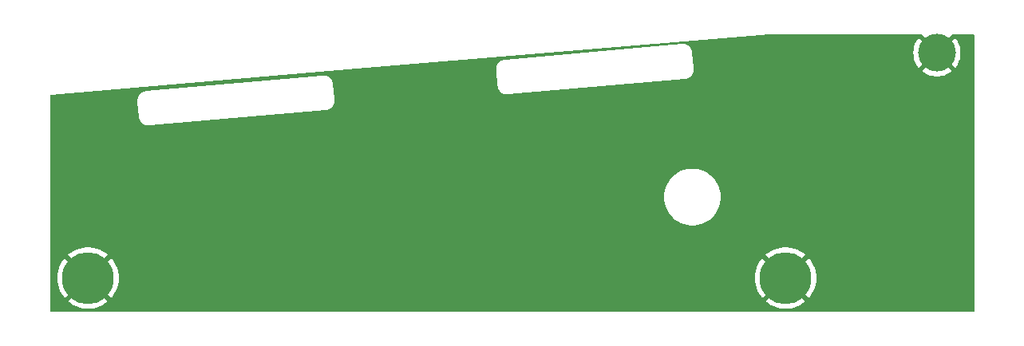
<source format=gbr>
%TF.GenerationSoftware,KiCad,Pcbnew,7.0.10*%
%TF.CreationDate,2024-04-29T09:43:37+01:00*%
%TF.ProjectId,left,6c656674-2e6b-4696-9361-645f70636258,rev?*%
%TF.SameCoordinates,Original*%
%TF.FileFunction,Copper,L2,Bot*%
%TF.FilePolarity,Positive*%
%FSLAX46Y46*%
G04 Gerber Fmt 4.6, Leading zero omitted, Abs format (unit mm)*
G04 Created by KiCad (PCBNEW 7.0.10) date 2024-04-29 09:43:37*
%MOMM*%
%LPD*%
G01*
G04 APERTURE LIST*
%TA.AperFunction,ComponentPad*%
%ADD10C,5.500000*%
%TD*%
%TA.AperFunction,ComponentPad*%
%ADD11C,4.000000*%
%TD*%
G04 APERTURE END LIST*
D10*
%TO.P,H1,1,1*%
%TO.N,GND*%
X82000000Y-73900000D03*
%TD*%
D11*
%TO.P,H3,1,1*%
%TO.N,GND*%
X172050000Y-50000000D03*
%TD*%
D10*
%TO.P,H2,1,1*%
%TO.N,GND*%
X156000000Y-73900000D03*
%TD*%
%TA.AperFunction,Conductor*%
%TO.N,GND*%
G36*
X170419730Y-48020185D02*
G01*
X170440372Y-48036819D01*
X171105819Y-48702266D01*
X170915130Y-48865130D01*
X170752266Y-49055818D01*
X170114286Y-48417838D01*
X170114285Y-48417838D01*
X170023459Y-48527629D01*
X170023457Y-48527632D01*
X169854903Y-48793232D01*
X169854900Y-48793238D01*
X169720965Y-49077862D01*
X169720963Y-49077867D01*
X169623755Y-49377041D01*
X169564808Y-49686050D01*
X169564807Y-49686057D01*
X169545057Y-49999994D01*
X169545057Y-50000005D01*
X169564807Y-50313942D01*
X169564808Y-50313949D01*
X169623755Y-50622958D01*
X169720963Y-50922132D01*
X169720965Y-50922137D01*
X169854900Y-51206761D01*
X169854903Y-51206767D01*
X170023457Y-51472367D01*
X170023460Y-51472371D01*
X170114286Y-51582160D01*
X170752266Y-50944180D01*
X170915130Y-51134870D01*
X171105818Y-51297732D01*
X170464971Y-51938579D01*
X170464972Y-51938581D01*
X170707772Y-52114985D01*
X170707790Y-52114996D01*
X170983447Y-52266540D01*
X170983455Y-52266544D01*
X171275926Y-52382340D01*
X171580620Y-52460573D01*
X171580629Y-52460575D01*
X171892701Y-52499999D01*
X171892715Y-52500000D01*
X172207285Y-52500000D01*
X172207298Y-52499999D01*
X172519370Y-52460575D01*
X172519379Y-52460573D01*
X172824073Y-52382340D01*
X173116544Y-52266544D01*
X173116552Y-52266540D01*
X173392209Y-52114996D01*
X173392219Y-52114990D01*
X173635026Y-51938579D01*
X173635027Y-51938579D01*
X172994180Y-51297733D01*
X173184870Y-51134870D01*
X173347733Y-50944181D01*
X173985712Y-51582160D01*
X174076544Y-51472364D01*
X174245096Y-51206767D01*
X174245099Y-51206761D01*
X174379034Y-50922137D01*
X174379036Y-50922132D01*
X174476244Y-50622958D01*
X174535191Y-50313949D01*
X174535192Y-50313942D01*
X174554943Y-50000005D01*
X174554943Y-49999994D01*
X174535192Y-49686057D01*
X174535191Y-49686050D01*
X174476244Y-49377041D01*
X174379036Y-49077867D01*
X174379034Y-49077862D01*
X174245099Y-48793238D01*
X174245096Y-48793232D01*
X174076542Y-48527632D01*
X174076539Y-48527628D01*
X173985712Y-48417838D01*
X173347732Y-49055818D01*
X173184870Y-48865130D01*
X172994180Y-48702266D01*
X173659628Y-48036819D01*
X173720951Y-48003334D01*
X173747309Y-48000500D01*
X175875500Y-48000500D01*
X175942539Y-48020185D01*
X175988294Y-48072989D01*
X175999500Y-48124500D01*
X175999500Y-77375500D01*
X175979815Y-77442539D01*
X175927011Y-77488294D01*
X175875500Y-77499500D01*
X78124500Y-77499500D01*
X78057461Y-77479815D01*
X78011706Y-77427011D01*
X78000500Y-77375500D01*
X78000500Y-73900002D01*
X78745227Y-73900002D01*
X78764306Y-74251900D01*
X78764308Y-74251917D01*
X78821319Y-74599667D01*
X78821325Y-74599693D01*
X78915600Y-74939243D01*
X78915602Y-74939250D01*
X79046043Y-75266634D01*
X79046052Y-75266652D01*
X79211124Y-75578011D01*
X79408896Y-75869702D01*
X79531914Y-76014532D01*
X80702266Y-74844180D01*
X80865130Y-75034870D01*
X81055819Y-75197733D01*
X79882625Y-76370926D01*
X79882625Y-76370928D01*
X79892900Y-76380660D01*
X80173460Y-76593938D01*
X80173464Y-76593941D01*
X80475445Y-76775635D01*
X80795273Y-76923603D01*
X81129256Y-77036136D01*
X81473437Y-77111896D01*
X81823788Y-77149999D01*
X81823795Y-77150000D01*
X82176205Y-77150000D01*
X82176211Y-77149999D01*
X82526562Y-77111896D01*
X82870743Y-77036136D01*
X83204726Y-76923603D01*
X83524554Y-76775635D01*
X83826535Y-76593941D01*
X83826539Y-76593938D01*
X84107093Y-76380665D01*
X84107105Y-76380654D01*
X84117373Y-76370927D01*
X84117373Y-76370926D01*
X82944180Y-75197733D01*
X83134870Y-75034870D01*
X83297733Y-74844181D01*
X84468084Y-76014532D01*
X84468085Y-76014531D01*
X84591102Y-75869704D01*
X84788875Y-75578011D01*
X84953947Y-75266652D01*
X84953956Y-75266634D01*
X85084397Y-74939250D01*
X85084399Y-74939243D01*
X85178674Y-74599693D01*
X85178680Y-74599667D01*
X85235691Y-74251917D01*
X85235693Y-74251900D01*
X85254773Y-73900002D01*
X152745227Y-73900002D01*
X152764306Y-74251900D01*
X152764308Y-74251917D01*
X152821319Y-74599667D01*
X152821325Y-74599693D01*
X152915600Y-74939243D01*
X152915602Y-74939250D01*
X153046043Y-75266634D01*
X153046052Y-75266652D01*
X153211124Y-75578011D01*
X153408896Y-75869702D01*
X153531914Y-76014532D01*
X154702266Y-74844180D01*
X154865130Y-75034870D01*
X155055819Y-75197733D01*
X153882625Y-76370926D01*
X153882625Y-76370928D01*
X153892900Y-76380660D01*
X154173460Y-76593938D01*
X154173464Y-76593941D01*
X154475445Y-76775635D01*
X154795273Y-76923603D01*
X155129256Y-77036136D01*
X155473437Y-77111896D01*
X155823788Y-77149999D01*
X155823795Y-77150000D01*
X156176205Y-77150000D01*
X156176211Y-77149999D01*
X156526562Y-77111896D01*
X156870743Y-77036136D01*
X157204726Y-76923603D01*
X157524554Y-76775635D01*
X157826535Y-76593941D01*
X157826539Y-76593938D01*
X158107093Y-76380665D01*
X158107105Y-76380654D01*
X158117373Y-76370927D01*
X158117373Y-76370926D01*
X156944180Y-75197733D01*
X157134870Y-75034870D01*
X157297733Y-74844181D01*
X158468084Y-76014532D01*
X158468085Y-76014531D01*
X158591102Y-75869704D01*
X158788875Y-75578011D01*
X158953947Y-75266652D01*
X158953956Y-75266634D01*
X159084397Y-74939250D01*
X159084399Y-74939243D01*
X159178674Y-74599693D01*
X159178680Y-74599667D01*
X159235691Y-74251917D01*
X159235693Y-74251900D01*
X159254773Y-73900002D01*
X159254773Y-73899997D01*
X159235693Y-73548099D01*
X159235691Y-73548082D01*
X159178680Y-73200332D01*
X159178674Y-73200306D01*
X159084399Y-72860756D01*
X159084397Y-72860749D01*
X158953956Y-72533365D01*
X158953947Y-72533347D01*
X158788875Y-72221988D01*
X158591099Y-71930291D01*
X158468085Y-71785467D01*
X158468084Y-71785466D01*
X157297732Y-72955818D01*
X157134870Y-72765130D01*
X156944180Y-72602266D01*
X158117374Y-71429073D01*
X158117373Y-71429072D01*
X158107099Y-71419340D01*
X158107087Y-71419330D01*
X157826539Y-71206061D01*
X157826535Y-71206058D01*
X157524554Y-71024364D01*
X157204726Y-70876396D01*
X156870743Y-70763863D01*
X156526562Y-70688103D01*
X156176211Y-70650000D01*
X155823788Y-70650000D01*
X155473437Y-70688103D01*
X155129256Y-70763863D01*
X154795273Y-70876396D01*
X154475445Y-71024364D01*
X154173464Y-71206058D01*
X154173460Y-71206061D01*
X153892906Y-71419334D01*
X153882625Y-71429071D01*
X153882625Y-71429073D01*
X155055819Y-72602266D01*
X154865130Y-72765130D01*
X154702266Y-72955818D01*
X153531914Y-71785466D01*
X153531913Y-71785466D01*
X153408896Y-71930296D01*
X153211124Y-72221988D01*
X153046052Y-72533347D01*
X153046043Y-72533365D01*
X152915602Y-72860749D01*
X152915600Y-72860756D01*
X152821325Y-73200306D01*
X152821319Y-73200332D01*
X152764308Y-73548082D01*
X152764306Y-73548099D01*
X152745227Y-73899997D01*
X152745227Y-73900002D01*
X85254773Y-73900002D01*
X85254773Y-73899997D01*
X85235693Y-73548099D01*
X85235691Y-73548082D01*
X85178680Y-73200332D01*
X85178674Y-73200306D01*
X85084399Y-72860756D01*
X85084397Y-72860749D01*
X84953956Y-72533365D01*
X84953947Y-72533347D01*
X84788875Y-72221988D01*
X84591099Y-71930291D01*
X84468085Y-71785467D01*
X84468084Y-71785466D01*
X83297732Y-72955818D01*
X83134870Y-72765130D01*
X82944180Y-72602266D01*
X84117374Y-71429073D01*
X84117373Y-71429072D01*
X84107099Y-71419340D01*
X84107087Y-71419330D01*
X83826539Y-71206061D01*
X83826535Y-71206058D01*
X83524554Y-71024364D01*
X83204726Y-70876396D01*
X82870743Y-70763863D01*
X82526562Y-70688103D01*
X82176211Y-70650000D01*
X81823788Y-70650000D01*
X81473437Y-70688103D01*
X81129256Y-70763863D01*
X80795273Y-70876396D01*
X80475445Y-71024364D01*
X80173464Y-71206058D01*
X80173460Y-71206061D01*
X79892906Y-71419334D01*
X79882625Y-71429071D01*
X79882625Y-71429073D01*
X81055819Y-72602266D01*
X80865130Y-72765130D01*
X80702266Y-72955818D01*
X79531914Y-71785466D01*
X79531913Y-71785466D01*
X79408896Y-71930296D01*
X79211124Y-72221988D01*
X79046052Y-72533347D01*
X79046043Y-72533365D01*
X78915602Y-72860749D01*
X78915600Y-72860756D01*
X78821325Y-73200306D01*
X78821319Y-73200332D01*
X78764308Y-73548082D01*
X78764306Y-73548099D01*
X78745227Y-73899997D01*
X78745227Y-73900002D01*
X78000500Y-73900002D01*
X78000500Y-65300003D01*
X143094415Y-65300003D01*
X143114738Y-65648927D01*
X143114739Y-65648938D01*
X143175428Y-65993127D01*
X143175430Y-65993134D01*
X143275674Y-66327972D01*
X143414107Y-66648895D01*
X143414113Y-66648908D01*
X143588870Y-66951597D01*
X143797584Y-67231949D01*
X143797589Y-67231955D01*
X143921463Y-67363253D01*
X144037442Y-67486183D01*
X144213903Y-67634251D01*
X144305186Y-67710847D01*
X144305194Y-67710853D01*
X144597203Y-67902911D01*
X144597207Y-67902913D01*
X144909549Y-68059777D01*
X145237989Y-68179319D01*
X145578086Y-68259923D01*
X145925241Y-68300500D01*
X145925248Y-68300500D01*
X146274752Y-68300500D01*
X146274759Y-68300500D01*
X146621914Y-68259923D01*
X146962011Y-68179319D01*
X147290451Y-68059777D01*
X147602793Y-67902913D01*
X147894811Y-67710849D01*
X148162558Y-67486183D01*
X148402412Y-67231953D01*
X148611130Y-66951596D01*
X148785889Y-66648904D01*
X148924326Y-66327971D01*
X149024569Y-65993136D01*
X149048875Y-65855292D01*
X149085260Y-65648938D01*
X149085259Y-65648938D01*
X149085262Y-65648927D01*
X149105585Y-65300000D01*
X149085262Y-64951073D01*
X149079344Y-64917508D01*
X149024571Y-64606872D01*
X149024569Y-64606865D01*
X148938599Y-64319705D01*
X148924326Y-64272029D01*
X148785889Y-63951096D01*
X148611130Y-63648404D01*
X148611129Y-63648402D01*
X148402415Y-63368050D01*
X148402410Y-63368044D01*
X148286433Y-63245117D01*
X148162558Y-63113817D01*
X148014488Y-62989572D01*
X147894813Y-62889152D01*
X147894805Y-62889146D01*
X147602796Y-62697088D01*
X147290458Y-62540226D01*
X147290452Y-62540223D01*
X146962012Y-62420681D01*
X146962009Y-62420680D01*
X146621915Y-62340077D01*
X146578519Y-62335004D01*
X146274759Y-62299500D01*
X145925241Y-62299500D01*
X145621480Y-62335004D01*
X145578085Y-62340077D01*
X145578083Y-62340077D01*
X145237990Y-62420680D01*
X145237987Y-62420681D01*
X144909547Y-62540223D01*
X144909541Y-62540226D01*
X144597203Y-62697088D01*
X144305194Y-62889146D01*
X144305186Y-62889152D01*
X144037442Y-63113817D01*
X144037440Y-63113819D01*
X143797589Y-63368044D01*
X143797584Y-63368050D01*
X143588870Y-63648402D01*
X143414113Y-63951091D01*
X143414107Y-63951104D01*
X143275674Y-64272027D01*
X143175430Y-64606865D01*
X143175428Y-64606872D01*
X143114739Y-64951061D01*
X143114738Y-64951072D01*
X143094415Y-65299996D01*
X143094415Y-65300003D01*
X78000500Y-65300003D01*
X78000500Y-55039257D01*
X87244398Y-55039257D01*
X87250881Y-55110577D01*
X87251305Y-55117200D01*
X87253963Y-55188789D01*
X87258175Y-55206016D01*
X87261213Y-55224235D01*
X87400881Y-56760579D01*
X87401305Y-56767203D01*
X87403963Y-56838790D01*
X87421740Y-56911497D01*
X87423009Y-56917283D01*
X87437299Y-56990793D01*
X87442868Y-57004162D01*
X87448852Y-57022388D01*
X87452287Y-57036437D01*
X87452292Y-57036453D01*
X87484333Y-57104076D01*
X87486741Y-57109489D01*
X87515540Y-57178627D01*
X87523685Y-57190600D01*
X87533215Y-57207248D01*
X87539411Y-57220325D01*
X87539415Y-57220331D01*
X87584424Y-57280138D01*
X87587872Y-57284955D01*
X87629989Y-57346866D01*
X87629992Y-57346870D01*
X87640377Y-57356955D01*
X87653064Y-57371344D01*
X87661771Y-57382914D01*
X87703579Y-57419802D01*
X87717915Y-57432451D01*
X87722262Y-57436475D01*
X87775970Y-57488631D01*
X87775972Y-57488632D01*
X87775973Y-57488633D01*
X87788169Y-57496417D01*
X87803496Y-57507960D01*
X87814353Y-57517539D01*
X87879311Y-57554754D01*
X87884373Y-57557817D01*
X87947494Y-57598104D01*
X87961005Y-57603272D01*
X87978356Y-57611500D01*
X87990909Y-57618693D01*
X88062037Y-57642074D01*
X88067596Y-57644049D01*
X88137544Y-57670808D01*
X88151820Y-57673151D01*
X88170456Y-57677713D01*
X88184215Y-57682237D01*
X88258648Y-57690826D01*
X88264423Y-57691634D01*
X88338339Y-57703768D01*
X88352814Y-57703188D01*
X88371970Y-57703906D01*
X88386356Y-57705567D01*
X88460945Y-57699003D01*
X88466827Y-57698626D01*
X88541658Y-57695633D01*
X88555709Y-57692153D01*
X88574625Y-57688998D01*
X107210940Y-56049003D01*
X107216825Y-56048626D01*
X107291658Y-56045633D01*
X107361193Y-56028418D01*
X107367653Y-56027002D01*
X107390571Y-56022615D01*
X107438011Y-56013536D01*
X107454406Y-56006762D01*
X107471956Y-56000998D01*
X107489177Y-55996736D01*
X107553843Y-55965867D01*
X107559836Y-55963201D01*
X107626074Y-55935836D01*
X107640780Y-55925893D01*
X107656791Y-55916728D01*
X107672812Y-55909081D01*
X107729937Y-55865830D01*
X107735319Y-55861979D01*
X107794641Y-55821874D01*
X107794640Y-55821874D01*
X107794647Y-55821870D01*
X107807041Y-55809179D01*
X107820897Y-55796963D01*
X107835042Y-55786255D01*
X107882290Y-55732389D01*
X107886777Y-55727543D01*
X107936827Y-55676303D01*
X107946415Y-55661373D01*
X107957526Y-55646621D01*
X107969226Y-55633285D01*
X108004650Y-55571038D01*
X108008083Y-55565365D01*
X108046795Y-55505096D01*
X108053185Y-55488535D01*
X108061096Y-55471852D01*
X108069870Y-55456437D01*
X108092045Y-55388314D01*
X108094241Y-55382132D01*
X108120047Y-55315257D01*
X108122970Y-55297759D01*
X108127363Y-55279819D01*
X108132856Y-55262949D01*
X108140864Y-55191753D01*
X108141775Y-55185234D01*
X108153586Y-55114558D01*
X108152927Y-55096818D01*
X108153620Y-55078361D01*
X108155601Y-55060747D01*
X108155602Y-55060742D01*
X108149115Y-54989389D01*
X108148694Y-54982820D01*
X108146037Y-54911216D01*
X108146036Y-54911211D01*
X108146035Y-54911204D01*
X108141825Y-54893986D01*
X108138785Y-54875760D01*
X108132932Y-54811373D01*
X107999115Y-53339387D01*
X107998694Y-53332822D01*
X107996037Y-53261216D01*
X107978255Y-53188490D01*
X107976994Y-53182741D01*
X107962701Y-53109209D01*
X107961144Y-53105472D01*
X107957133Y-53095841D01*
X107951147Y-53077609D01*
X107947713Y-53063564D01*
X107947712Y-53063563D01*
X107947711Y-53063556D01*
X107947707Y-53063547D01*
X107915662Y-52995913D01*
X107913253Y-52990500D01*
X107884458Y-52921372D01*
X107884458Y-52921371D01*
X107876311Y-52909395D01*
X107866785Y-52892754D01*
X107860586Y-52879670D01*
X107860581Y-52879664D01*
X107860579Y-52879660D01*
X107815567Y-52819849D01*
X107812119Y-52815033D01*
X107770005Y-52753127D01*
X107770003Y-52753125D01*
X107759628Y-52743050D01*
X107746933Y-52728651D01*
X107738234Y-52717091D01*
X107738229Y-52717086D01*
X107727200Y-52707355D01*
X107682064Y-52667531D01*
X107677728Y-52663516D01*
X107624033Y-52611372D01*
X107624033Y-52611371D01*
X107611830Y-52603583D01*
X107596509Y-52592044D01*
X107585650Y-52582464D01*
X107585647Y-52582461D01*
X107520677Y-52545237D01*
X107515619Y-52542177D01*
X107484038Y-52522021D01*
X107452506Y-52501896D01*
X107452505Y-52501895D01*
X107452501Y-52501893D01*
X107452498Y-52501892D01*
X107438982Y-52496721D01*
X107421649Y-52488501D01*
X107409097Y-52481309D01*
X107409090Y-52481306D01*
X107337976Y-52457929D01*
X107332397Y-52455946D01*
X107262456Y-52429191D01*
X107248163Y-52426844D01*
X107229535Y-52422282D01*
X107215793Y-52417765D01*
X107215783Y-52417762D01*
X107141416Y-52409178D01*
X107135554Y-52408359D01*
X107061665Y-52396232D01*
X107061654Y-52396232D01*
X107047188Y-52396810D01*
X107028029Y-52396092D01*
X107013651Y-52394433D01*
X107013637Y-52394433D01*
X106939069Y-52400994D01*
X106933162Y-52401372D01*
X106858340Y-52404367D01*
X106844287Y-52407846D01*
X106825364Y-52411001D01*
X88189072Y-54050994D01*
X88183162Y-54051372D01*
X88108337Y-54054367D01*
X88038811Y-54071578D01*
X88032329Y-54073000D01*
X87961989Y-54086464D01*
X87961986Y-54086465D01*
X87945587Y-54093240D01*
X87928046Y-54098999D01*
X87910827Y-54103262D01*
X87910825Y-54103263D01*
X87910823Y-54103264D01*
X87851895Y-54131392D01*
X87846192Y-54134114D01*
X87840127Y-54136811D01*
X87773936Y-54164158D01*
X87773918Y-54164168D01*
X87759221Y-54174103D01*
X87743207Y-54183271D01*
X87727189Y-54190918D01*
X87670075Y-54234157D01*
X87664683Y-54238016D01*
X87605358Y-54278125D01*
X87605347Y-54278134D01*
X87592959Y-54290818D01*
X87579108Y-54303031D01*
X87564961Y-54313742D01*
X87564958Y-54313745D01*
X87517715Y-54367599D01*
X87513210Y-54372465D01*
X87463177Y-54423692D01*
X87463173Y-54423697D01*
X87453587Y-54438621D01*
X87442478Y-54453371D01*
X87430776Y-54466711D01*
X87395345Y-54528965D01*
X87391911Y-54534640D01*
X87353206Y-54594902D01*
X87353202Y-54594909D01*
X87346811Y-54611469D01*
X87338904Y-54628142D01*
X87330133Y-54643556D01*
X87330129Y-54643565D01*
X87307962Y-54711657D01*
X87305741Y-54717907D01*
X87279952Y-54784745D01*
X87279951Y-54784747D01*
X87277028Y-54802240D01*
X87272637Y-54820174D01*
X87267144Y-54837049D01*
X87267141Y-54837060D01*
X87259134Y-54908233D01*
X87258216Y-54914805D01*
X87246413Y-54985439D01*
X87247071Y-55003184D01*
X87246380Y-55021628D01*
X87244398Y-55039257D01*
X78000500Y-55039257D01*
X78000500Y-54546460D01*
X78020185Y-54479421D01*
X78072989Y-54433666D01*
X78114065Y-54422899D01*
X110527610Y-51686596D01*
X125294430Y-51686596D01*
X125300842Y-51759270D01*
X125301238Y-51765595D01*
X125303930Y-51838551D01*
X125307816Y-51854465D01*
X125310875Y-51872981D01*
X125450842Y-53459274D01*
X125451238Y-53465600D01*
X125453930Y-53538554D01*
X125471365Y-53609942D01*
X125472689Y-53616020D01*
X125486529Y-53688229D01*
X125486532Y-53688241D01*
X125492586Y-53702882D01*
X125498453Y-53720837D01*
X125502211Y-53736223D01*
X125502212Y-53736227D01*
X125533665Y-53802652D01*
X125536177Y-53808320D01*
X125550859Y-53843831D01*
X125564274Y-53876280D01*
X125573153Y-53889406D01*
X125582512Y-53905811D01*
X125589290Y-53920125D01*
X125589293Y-53920131D01*
X125621550Y-53963012D01*
X125625351Y-53968066D01*
X125633481Y-53978873D01*
X125637092Y-53983933D01*
X125678281Y-54044827D01*
X125689617Y-54055894D01*
X125702080Y-54070071D01*
X125703814Y-54072375D01*
X125711615Y-54082746D01*
X125766726Y-54131392D01*
X125771285Y-54135624D01*
X125823881Y-54186973D01*
X125823883Y-54186974D01*
X125837210Y-54195530D01*
X125852275Y-54206909D01*
X125864163Y-54217403D01*
X125927953Y-54253969D01*
X125933239Y-54257178D01*
X125995114Y-54296901D01*
X126009905Y-54302604D01*
X126026952Y-54310719D01*
X126040697Y-54318598D01*
X126040702Y-54318599D01*
X126040705Y-54318601D01*
X126110510Y-54341565D01*
X126116373Y-54343658D01*
X126184970Y-54370109D01*
X126200602Y-54372717D01*
X126218932Y-54377234D01*
X126233676Y-54382084D01*
X126233990Y-54382188D01*
X126280186Y-54387529D01*
X126307011Y-54390632D01*
X126313133Y-54391495D01*
X126385676Y-54403601D01*
X126401506Y-54403009D01*
X126420389Y-54403743D01*
X126436122Y-54405564D01*
X126509338Y-54399137D01*
X126515541Y-54398749D01*
X126589017Y-54396005D01*
X126604410Y-54392237D01*
X126623036Y-54389158D01*
X145309334Y-52749137D01*
X145315524Y-52748749D01*
X145389017Y-52746005D01*
X145459944Y-52728645D01*
X145466082Y-52727309D01*
X145537788Y-52713603D01*
X145552924Y-52707352D01*
X145570767Y-52701523D01*
X145586665Y-52697633D01*
X145652630Y-52666358D01*
X145658391Y-52663805D01*
X145725868Y-52635946D01*
X145739422Y-52626786D01*
X145755736Y-52617478D01*
X145770531Y-52610465D01*
X145828875Y-52566534D01*
X145833976Y-52562894D01*
X145894467Y-52522020D01*
X145905909Y-52510309D01*
X145919999Y-52497922D01*
X145933086Y-52488070D01*
X145939049Y-52481309D01*
X145939851Y-52480398D01*
X145981390Y-52433295D01*
X145985654Y-52428703D01*
X146036681Y-52376486D01*
X146045532Y-52362711D01*
X146056839Y-52347743D01*
X146067676Y-52335456D01*
X146103957Y-52272095D01*
X146107206Y-52266741D01*
X146146689Y-52205304D01*
X146152590Y-52190018D01*
X146160658Y-52173073D01*
X146168788Y-52158876D01*
X146191565Y-52089529D01*
X146193693Y-52083571D01*
X146219985Y-52015482D01*
X146222686Y-51999336D01*
X146227175Y-51981117D01*
X146232288Y-51965555D01*
X146240641Y-51893014D01*
X146241517Y-51886809D01*
X146253571Y-51814791D01*
X146252967Y-51798423D01*
X146253698Y-51779659D01*
X146255570Y-51763410D01*
X146249155Y-51690718D01*
X146248760Y-51684399D01*
X146248241Y-51670324D01*
X146246070Y-51611447D01*
X146242184Y-51595537D01*
X146239124Y-51577024D01*
X146099155Y-49990714D01*
X146098760Y-49984396D01*
X146096070Y-49911447D01*
X146078629Y-49840041D01*
X146077305Y-49833962D01*
X146063469Y-49761764D01*
X146057410Y-49747109D01*
X146051546Y-49729159D01*
X146047790Y-49713780D01*
X146047789Y-49713779D01*
X146047789Y-49713776D01*
X146016336Y-49647351D01*
X146013819Y-49641670D01*
X145985726Y-49573722D01*
X145985727Y-49573722D01*
X145976848Y-49560596D01*
X145967486Y-49544186D01*
X145960711Y-49529878D01*
X145960708Y-49529872D01*
X145960707Y-49529871D01*
X145960707Y-49529870D01*
X145916520Y-49471128D01*
X145912905Y-49466062D01*
X145891101Y-49433827D01*
X145871719Y-49405173D01*
X145860384Y-49394106D01*
X145847917Y-49379925D01*
X145838387Y-49367257D01*
X145838386Y-49367256D01*
X145783272Y-49318606D01*
X145778709Y-49314370D01*
X145726119Y-49263027D01*
X145712789Y-49254469D01*
X145697721Y-49243087D01*
X145685836Y-49232596D01*
X145657806Y-49216528D01*
X145622043Y-49196028D01*
X145616761Y-49192821D01*
X145554886Y-49153099D01*
X145554884Y-49153098D01*
X145540094Y-49147395D01*
X145523047Y-49139280D01*
X145509303Y-49131402D01*
X145439483Y-49108432D01*
X145433631Y-49106342D01*
X145365034Y-49079892D01*
X145365026Y-49079890D01*
X145349403Y-49077283D01*
X145331069Y-49072766D01*
X145322772Y-49070036D01*
X145316017Y-49067814D01*
X145316014Y-49067813D01*
X145316013Y-49067813D01*
X145294062Y-49065274D01*
X145242990Y-49059367D01*
X145236830Y-49058497D01*
X145164325Y-49046399D01*
X145164324Y-49046399D01*
X145163631Y-49046424D01*
X145148479Y-49046990D01*
X145129618Y-49046256D01*
X145123192Y-49045513D01*
X145113878Y-49044436D01*
X145113875Y-49044436D01*
X145113874Y-49044436D01*
X145040668Y-49050860D01*
X145034459Y-49051248D01*
X144960994Y-49053993D01*
X144960984Y-49053994D01*
X144960983Y-49053995D01*
X144946218Y-49057608D01*
X144945586Y-49057763D01*
X144926955Y-49060841D01*
X126240675Y-50700860D01*
X126234465Y-50701248D01*
X126160992Y-50703993D01*
X126160986Y-50703994D01*
X126090105Y-50721341D01*
X126083913Y-50722689D01*
X126012220Y-50736394D01*
X126012202Y-50736400D01*
X125997074Y-50742646D01*
X125979239Y-50748474D01*
X125963333Y-50752367D01*
X125963331Y-50752368D01*
X125897379Y-50783634D01*
X125891587Y-50786201D01*
X125824132Y-50814053D01*
X125824131Y-50814053D01*
X125810565Y-50823220D01*
X125794269Y-50832518D01*
X125779473Y-50839532D01*
X125779465Y-50839537D01*
X125721163Y-50883435D01*
X125716006Y-50887115D01*
X125655533Y-50927979D01*
X125644081Y-50939697D01*
X125629996Y-50952079D01*
X125616916Y-50961928D01*
X125568632Y-51016678D01*
X125564320Y-51021322D01*
X125513321Y-51073512D01*
X125513317Y-51073516D01*
X125504462Y-51087294D01*
X125493159Y-51102257D01*
X125482322Y-51114546D01*
X125446061Y-51177870D01*
X125442773Y-51183285D01*
X125403314Y-51244689D01*
X125403309Y-51244697D01*
X125397407Y-51259982D01*
X125389346Y-51276916D01*
X125381213Y-51291121D01*
X125381212Y-51291122D01*
X125358434Y-51360466D01*
X125356304Y-51366432D01*
X125330015Y-51434518D01*
X125327314Y-51450658D01*
X125322823Y-51468882D01*
X125317714Y-51484436D01*
X125317710Y-51484452D01*
X125309358Y-51556964D01*
X125308472Y-51563240D01*
X125296429Y-51635206D01*
X125297032Y-51651581D01*
X125296303Y-51670324D01*
X125294683Y-51684399D01*
X125294430Y-51686595D01*
X125294430Y-51686596D01*
X110527610Y-51686596D01*
X153333474Y-48072989D01*
X154186960Y-48000939D01*
X154197391Y-48000500D01*
X170352691Y-48000500D01*
X170419730Y-48020185D01*
G37*
%TD.AperFunction*%
%TD*%
M02*

</source>
